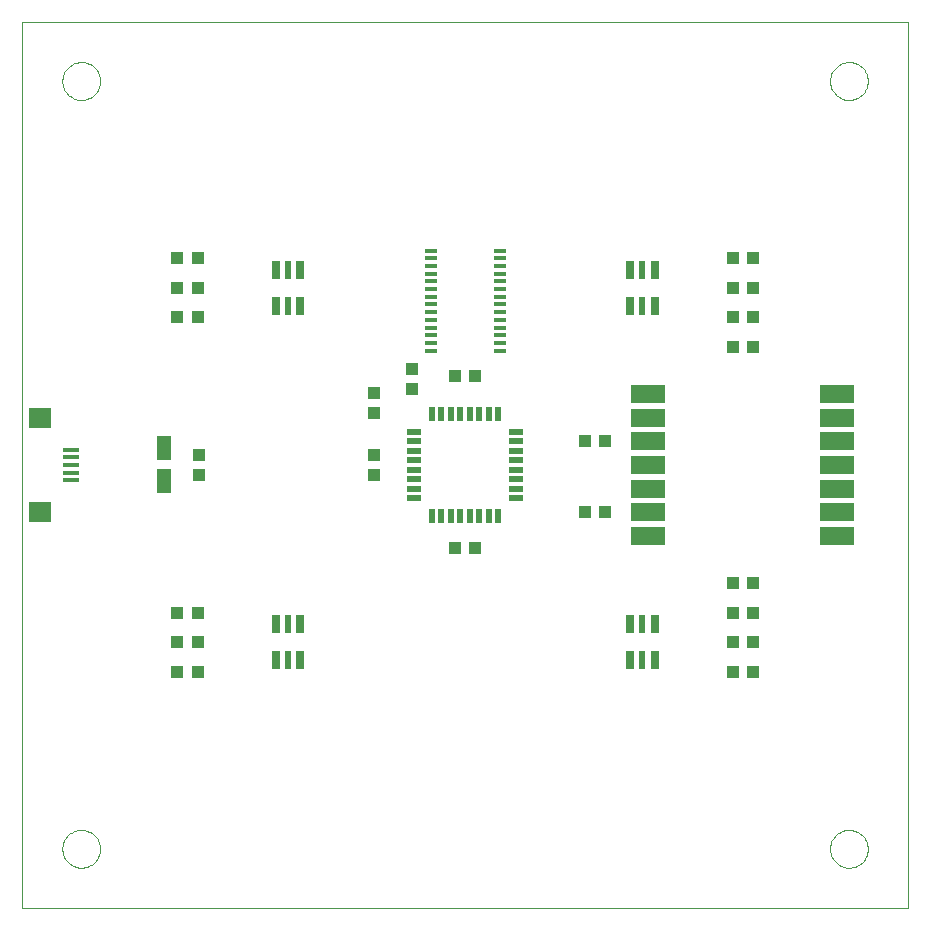
<source format=gtp>
G75*
G70*
%OFA0B0*%
%FSLAX24Y24*%
%IPPOS*%
%LPD*%
%AMOC8*
5,1,8,0,0,1.08239X$1,22.5*
%
%ADD10C,0.0000*%
%ADD11R,0.0394X0.0433*%
%ADD12R,0.0220X0.0500*%
%ADD13R,0.0500X0.0220*%
%ADD14R,0.1181X0.0591*%
%ADD15R,0.0433X0.0394*%
%ADD16R,0.0551X0.0138*%
%ADD17R,0.0748X0.0709*%
%ADD18R,0.0472X0.0787*%
%ADD19R,0.0390X0.0120*%
%ADD20R,0.0276X0.0600*%
%ADD21R,0.0197X0.0600*%
D10*
X000637Y000574D02*
X030165Y000574D01*
X030165Y030101D01*
X000637Y030101D01*
X000637Y000574D01*
X001976Y002542D02*
X001978Y002592D01*
X001984Y002642D01*
X001994Y002691D01*
X002008Y002739D01*
X002025Y002786D01*
X002046Y002831D01*
X002071Y002875D01*
X002099Y002916D01*
X002131Y002955D01*
X002165Y002992D01*
X002202Y003026D01*
X002242Y003056D01*
X002284Y003083D01*
X002328Y003107D01*
X002374Y003128D01*
X002421Y003144D01*
X002469Y003157D01*
X002519Y003166D01*
X002568Y003171D01*
X002619Y003172D01*
X002669Y003169D01*
X002718Y003162D01*
X002767Y003151D01*
X002815Y003136D01*
X002861Y003118D01*
X002906Y003096D01*
X002949Y003070D01*
X002990Y003041D01*
X003029Y003009D01*
X003065Y002974D01*
X003097Y002936D01*
X003127Y002896D01*
X003154Y002853D01*
X003177Y002809D01*
X003196Y002763D01*
X003212Y002715D01*
X003224Y002666D01*
X003232Y002617D01*
X003236Y002567D01*
X003236Y002517D01*
X003232Y002467D01*
X003224Y002418D01*
X003212Y002369D01*
X003196Y002321D01*
X003177Y002275D01*
X003154Y002231D01*
X003127Y002188D01*
X003097Y002148D01*
X003065Y002110D01*
X003029Y002075D01*
X002990Y002043D01*
X002949Y002014D01*
X002906Y001988D01*
X002861Y001966D01*
X002815Y001948D01*
X002767Y001933D01*
X002718Y001922D01*
X002669Y001915D01*
X002619Y001912D01*
X002568Y001913D01*
X002519Y001918D01*
X002469Y001927D01*
X002421Y001940D01*
X002374Y001956D01*
X002328Y001977D01*
X002284Y002001D01*
X002242Y002028D01*
X002202Y002058D01*
X002165Y002092D01*
X002131Y002129D01*
X002099Y002168D01*
X002071Y002209D01*
X002046Y002253D01*
X002025Y002298D01*
X002008Y002345D01*
X001994Y002393D01*
X001984Y002442D01*
X001978Y002492D01*
X001976Y002542D01*
X001976Y028133D02*
X001978Y028183D01*
X001984Y028233D01*
X001994Y028282D01*
X002008Y028330D01*
X002025Y028377D01*
X002046Y028422D01*
X002071Y028466D01*
X002099Y028507D01*
X002131Y028546D01*
X002165Y028583D01*
X002202Y028617D01*
X002242Y028647D01*
X002284Y028674D01*
X002328Y028698D01*
X002374Y028719D01*
X002421Y028735D01*
X002469Y028748D01*
X002519Y028757D01*
X002568Y028762D01*
X002619Y028763D01*
X002669Y028760D01*
X002718Y028753D01*
X002767Y028742D01*
X002815Y028727D01*
X002861Y028709D01*
X002906Y028687D01*
X002949Y028661D01*
X002990Y028632D01*
X003029Y028600D01*
X003065Y028565D01*
X003097Y028527D01*
X003127Y028487D01*
X003154Y028444D01*
X003177Y028400D01*
X003196Y028354D01*
X003212Y028306D01*
X003224Y028257D01*
X003232Y028208D01*
X003236Y028158D01*
X003236Y028108D01*
X003232Y028058D01*
X003224Y028009D01*
X003212Y027960D01*
X003196Y027912D01*
X003177Y027866D01*
X003154Y027822D01*
X003127Y027779D01*
X003097Y027739D01*
X003065Y027701D01*
X003029Y027666D01*
X002990Y027634D01*
X002949Y027605D01*
X002906Y027579D01*
X002861Y027557D01*
X002815Y027539D01*
X002767Y027524D01*
X002718Y027513D01*
X002669Y027506D01*
X002619Y027503D01*
X002568Y027504D01*
X002519Y027509D01*
X002469Y027518D01*
X002421Y027531D01*
X002374Y027547D01*
X002328Y027568D01*
X002284Y027592D01*
X002242Y027619D01*
X002202Y027649D01*
X002165Y027683D01*
X002131Y027720D01*
X002099Y027759D01*
X002071Y027800D01*
X002046Y027844D01*
X002025Y027889D01*
X002008Y027936D01*
X001994Y027984D01*
X001984Y028033D01*
X001978Y028083D01*
X001976Y028133D01*
X027566Y028133D02*
X027568Y028183D01*
X027574Y028233D01*
X027584Y028282D01*
X027598Y028330D01*
X027615Y028377D01*
X027636Y028422D01*
X027661Y028466D01*
X027689Y028507D01*
X027721Y028546D01*
X027755Y028583D01*
X027792Y028617D01*
X027832Y028647D01*
X027874Y028674D01*
X027918Y028698D01*
X027964Y028719D01*
X028011Y028735D01*
X028059Y028748D01*
X028109Y028757D01*
X028158Y028762D01*
X028209Y028763D01*
X028259Y028760D01*
X028308Y028753D01*
X028357Y028742D01*
X028405Y028727D01*
X028451Y028709D01*
X028496Y028687D01*
X028539Y028661D01*
X028580Y028632D01*
X028619Y028600D01*
X028655Y028565D01*
X028687Y028527D01*
X028717Y028487D01*
X028744Y028444D01*
X028767Y028400D01*
X028786Y028354D01*
X028802Y028306D01*
X028814Y028257D01*
X028822Y028208D01*
X028826Y028158D01*
X028826Y028108D01*
X028822Y028058D01*
X028814Y028009D01*
X028802Y027960D01*
X028786Y027912D01*
X028767Y027866D01*
X028744Y027822D01*
X028717Y027779D01*
X028687Y027739D01*
X028655Y027701D01*
X028619Y027666D01*
X028580Y027634D01*
X028539Y027605D01*
X028496Y027579D01*
X028451Y027557D01*
X028405Y027539D01*
X028357Y027524D01*
X028308Y027513D01*
X028259Y027506D01*
X028209Y027503D01*
X028158Y027504D01*
X028109Y027509D01*
X028059Y027518D01*
X028011Y027531D01*
X027964Y027547D01*
X027918Y027568D01*
X027874Y027592D01*
X027832Y027619D01*
X027792Y027649D01*
X027755Y027683D01*
X027721Y027720D01*
X027689Y027759D01*
X027661Y027800D01*
X027636Y027844D01*
X027615Y027889D01*
X027598Y027936D01*
X027584Y027984D01*
X027574Y028033D01*
X027568Y028083D01*
X027566Y028133D01*
X027566Y002542D02*
X027568Y002592D01*
X027574Y002642D01*
X027584Y002691D01*
X027598Y002739D01*
X027615Y002786D01*
X027636Y002831D01*
X027661Y002875D01*
X027689Y002916D01*
X027721Y002955D01*
X027755Y002992D01*
X027792Y003026D01*
X027832Y003056D01*
X027874Y003083D01*
X027918Y003107D01*
X027964Y003128D01*
X028011Y003144D01*
X028059Y003157D01*
X028109Y003166D01*
X028158Y003171D01*
X028209Y003172D01*
X028259Y003169D01*
X028308Y003162D01*
X028357Y003151D01*
X028405Y003136D01*
X028451Y003118D01*
X028496Y003096D01*
X028539Y003070D01*
X028580Y003041D01*
X028619Y003009D01*
X028655Y002974D01*
X028687Y002936D01*
X028717Y002896D01*
X028744Y002853D01*
X028767Y002809D01*
X028786Y002763D01*
X028802Y002715D01*
X028814Y002666D01*
X028822Y002617D01*
X028826Y002567D01*
X028826Y002517D01*
X028822Y002467D01*
X028814Y002418D01*
X028802Y002369D01*
X028786Y002321D01*
X028767Y002275D01*
X028744Y002231D01*
X028717Y002188D01*
X028687Y002148D01*
X028655Y002110D01*
X028619Y002075D01*
X028580Y002043D01*
X028539Y002014D01*
X028496Y001988D01*
X028451Y001966D01*
X028405Y001948D01*
X028357Y001933D01*
X028308Y001922D01*
X028259Y001915D01*
X028209Y001912D01*
X028158Y001913D01*
X028109Y001918D01*
X028059Y001927D01*
X028011Y001940D01*
X027964Y001956D01*
X027918Y001977D01*
X027874Y002001D01*
X027832Y002028D01*
X027792Y002058D01*
X027755Y002092D01*
X027721Y002129D01*
X027689Y002168D01*
X027661Y002209D01*
X027636Y002253D01*
X027615Y002298D01*
X027598Y002345D01*
X027584Y002393D01*
X027574Y002442D01*
X027568Y002492D01*
X027566Y002542D01*
D11*
X024987Y008448D03*
X024318Y008448D03*
X024318Y009432D03*
X024987Y009432D03*
X024987Y010416D03*
X024318Y010416D03*
X020066Y013763D03*
X019397Y013763D03*
X019397Y016125D03*
X020066Y016125D03*
X024318Y019274D03*
X024987Y019274D03*
X024987Y020259D03*
X024318Y020259D03*
X024318Y021243D03*
X024987Y021243D03*
X024987Y022227D03*
X024318Y022227D03*
X006483Y022227D03*
X005814Y022227D03*
X005814Y021243D03*
X006483Y021243D03*
X006483Y020259D03*
X005814Y020259D03*
X006543Y015672D03*
X006543Y015003D03*
X006483Y010416D03*
X005814Y010416D03*
X005814Y009432D03*
X006483Y009432D03*
X006483Y008448D03*
X005814Y008448D03*
D12*
X014298Y013647D03*
X014613Y013647D03*
X014928Y013647D03*
X015243Y013647D03*
X015558Y013647D03*
X015873Y013647D03*
X016188Y013647D03*
X016503Y013647D03*
X016503Y017027D03*
X016188Y017027D03*
X015873Y017027D03*
X015558Y017027D03*
X015243Y017027D03*
X014928Y017027D03*
X014613Y017027D03*
X014298Y017027D03*
D13*
X013711Y016440D03*
X013711Y016125D03*
X013711Y015810D03*
X013711Y015495D03*
X013711Y015180D03*
X013711Y014865D03*
X013711Y014550D03*
X013711Y014235D03*
X017091Y014235D03*
X017091Y014550D03*
X017091Y014865D03*
X017091Y015180D03*
X017091Y015495D03*
X017091Y015810D03*
X017091Y016125D03*
X017091Y016440D03*
D14*
X021503Y016125D03*
X021503Y015337D03*
X021503Y014550D03*
X021503Y013763D03*
X021503Y012975D03*
X021503Y016912D03*
X021503Y017700D03*
X027802Y017700D03*
X027802Y016912D03*
X027802Y016125D03*
X027802Y015337D03*
X027802Y014550D03*
X027802Y013763D03*
X027802Y012975D03*
D15*
X024987Y011400D03*
X024318Y011400D03*
X015735Y012582D03*
X015066Y012582D03*
X012350Y015003D03*
X012350Y015672D03*
X012350Y017070D03*
X012350Y017739D03*
X013629Y017857D03*
X013629Y018526D03*
X015066Y018290D03*
X015735Y018290D03*
D16*
X002271Y015849D03*
X002271Y015593D03*
X002271Y015337D03*
X002271Y015082D03*
X002271Y014826D03*
D17*
X001228Y013763D03*
X001228Y016912D03*
D18*
X005361Y015889D03*
X005361Y014786D03*
D19*
X014252Y019150D03*
X014252Y019406D03*
X014252Y019662D03*
X014252Y019918D03*
X014252Y020174D03*
X014252Y020430D03*
X014252Y020686D03*
X014252Y020942D03*
X014252Y021198D03*
X014252Y021454D03*
X014252Y021710D03*
X014252Y021965D03*
X014252Y022221D03*
X014252Y022477D03*
X016550Y022477D03*
X016550Y022221D03*
X016550Y021965D03*
X016550Y021710D03*
X016550Y021454D03*
X016550Y021198D03*
X016550Y020942D03*
X016550Y020686D03*
X016550Y020430D03*
X016550Y020174D03*
X016550Y019918D03*
X016550Y019662D03*
X016550Y019406D03*
X016550Y019150D03*
D20*
X020893Y020648D03*
X021720Y020648D03*
X021720Y021838D03*
X020893Y021838D03*
X009909Y021838D03*
X009082Y021838D03*
X009082Y020648D03*
X009909Y020648D03*
X009909Y010027D03*
X009082Y010027D03*
X009082Y008836D03*
X009909Y008836D03*
X020893Y008836D03*
X021720Y008836D03*
X021720Y010027D03*
X020893Y010027D03*
D21*
X021306Y010027D03*
X021306Y008836D03*
X009495Y008836D03*
X009495Y010027D03*
X009495Y020648D03*
X009495Y021838D03*
X021306Y021838D03*
X021306Y020648D03*
M02*

</source>
